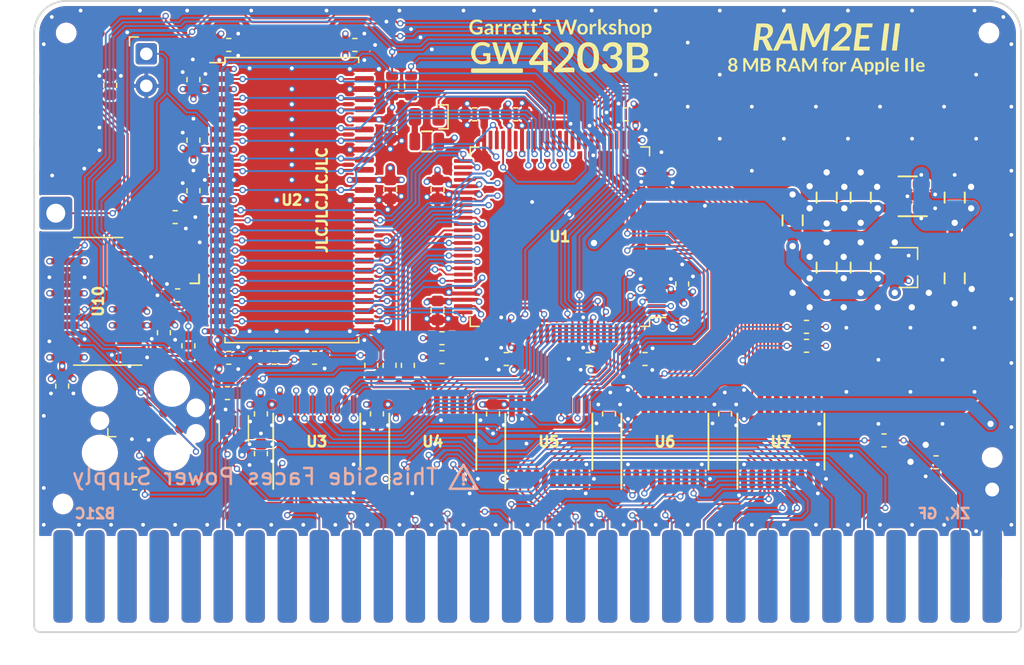
<source format=kicad_pcb>
(kicad_pcb (version 20221018) (generator pcbnew)

  (general
    (thickness 1.6108)
  )

  (paper "A4")
  (title_block
    (title "GW4203B (RAM2E II) - LCMXO2-640 / LCMXO2-1200")
    (date "2024-04-24")
    (rev "2.1")
    (company "Garrett's Workshop")
  )

  (layers
    (0 "F.Cu" signal)
    (1 "In1.Cu" power)
    (2 "In2.Cu" power)
    (31 "B.Cu" signal)
    (32 "B.Adhes" user "B.Adhesive")
    (33 "F.Adhes" user "F.Adhesive")
    (34 "B.Paste" user)
    (35 "F.Paste" user)
    (36 "B.SilkS" user "B.Silkscreen")
    (37 "F.SilkS" user "F.Silkscreen")
    (38 "B.Mask" user)
    (39 "F.Mask" user)
    (40 "Dwgs.User" user "User.Drawings")
    (41 "Cmts.User" user "User.Comments")
    (42 "Eco1.User" user "User.Eco1")
    (43 "Eco2.User" user "User.Eco2")
    (44 "Edge.Cuts" user)
    (45 "Margin" user)
    (46 "B.CrtYd" user "B.Courtyard")
    (47 "F.CrtYd" user "F.Courtyard")
    (48 "B.Fab" user)
    (49 "F.Fab" user)
  )

  (setup
    (stackup
      (layer "F.SilkS" (type "Top Silk Screen"))
      (layer "F.Paste" (type "Top Solder Paste"))
      (layer "F.Mask" (type "Top Solder Mask") (thickness 0.01))
      (layer "F.Cu" (type "copper") (thickness 0.035))
      (layer "dielectric 1" (type "core") (thickness 0.2104) (material "FR4") (epsilon_r 4.6) (loss_tangent 0.02))
      (layer "In1.Cu" (type "copper") (thickness 0.0175))
      (layer "dielectric 2" (type "prepreg") (thickness 1.065) (material "FR4") (epsilon_r 4.5) (loss_tangent 0.02))
      (layer "In2.Cu" (type "copper") (thickness 0.0175))
      (layer "dielectric 3" (type "core") (thickness 0.2104) (material "FR4") (epsilon_r 4.6) (loss_tangent 0.02))
      (layer "B.Cu" (type "copper") (thickness 0.035))
      (layer "B.Mask" (type "Bottom Solder Mask") (thickness 0.01))
      (layer "B.Paste" (type "Bottom Solder Paste"))
      (layer "B.SilkS" (type "Bottom Silk Screen"))
      (copper_finish "None")
      (dielectric_constraints no)
    )
    (pad_to_mask_clearance 0.0762)
    (solder_mask_min_width 0.127)
    (pad_to_paste_clearance -0.0381)
    (pcbplotparams
      (layerselection 0x00010f8_ffffffff)
      (plot_on_all_layers_selection 0x0000000_00000000)
      (disableapertmacros false)
      (usegerberextensions true)
      (usegerberattributes false)
      (usegerberadvancedattributes false)
      (creategerberjobfile false)
      (dashed_line_dash_ratio 12.000000)
      (dashed_line_gap_ratio 3.000000)
      (svgprecision 4)
      (plotframeref false)
      (viasonmask false)
      (mode 1)
      (useauxorigin false)
      (hpglpennumber 1)
      (hpglpenspeed 20)
      (hpglpendiameter 15.000000)
      (dxfpolygonmode true)
      (dxfimperialunits true)
      (dxfusepcbnewfont true)
      (psnegative false)
      (psa4output false)
      (plotreference true)
      (plotvalue true)
      (plotinvisibletext false)
      (sketchpadsonfab false)
      (subtractmaskfromsilk true)
      (outputformat 1)
      (mirror false)
      (drillshape 0)
      (scaleselection 1)
      (outputdirectory "gerber/")
    )
  )

  (net 0 "")
  (net 1 "+5V")
  (net 2 "GND")
  (net 3 "/Vid7M")
  (net 4 "/~{SYNC}")
  (net 5 "/~{PRAS}")
  (net 6 "/VC")
  (net 7 "/~{C07X}")
  (net 8 "/~{WNDW}")
  (net 9 "/SEGA")
  (net 10 "/ROMEN1")
  (net 11 "/ROMEN2")
  (net 12 "/MD7")
  (net 13 "/MD6")
  (net 14 "/MD5")
  (net 15 "/MD4")
  (net 16 "/PHI0")
  (net 17 "/~{CLRGAT}")
  (net 18 "/~{80VID}")
  (net 19 "/~{PCAS}")
  (net 20 "/~{LDPS}")
  (net 21 "/R~{W}80")
  (net 22 "/PHI1")
  (net 23 "/~{CASEN}")
  (net 24 "/MD3")
  (net 25 "/MD2")
  (net 26 "/MD1")
  (net 27 "/MD0")
  (net 28 "/H0")
  (net 29 "/AN3")
  (net 30 "/~{EN80}")
  (net 31 "/~{ALTVID}")
  (net 32 "/~{SEROUT}")
  (net 33 "/~{ENVID}")
  (net 34 "/R~{W}")
  (net 35 "/Q3")
  (net 36 "/SEGB")
  (net 37 "/~{RA9}")
  (net 38 "/~{RA10}")
  (net 39 "/GR")
  (net 40 "/~{ENTMG}")
  (net 41 "/MA6")
  (net 42 "/MA5")
  (net 43 "/MA4")
  (net 44 "/MA3")
  (net 45 "/MA2")
  (net 46 "/MA1")
  (net 47 "/MA0")
  (net 48 "/MA7")
  (net 49 "/C7M")
  (net 50 "/C14M")
  (net 51 "/C3M58")
  (net 52 "/VD0")
  (net 53 "/VD1")
  (net 54 "/VD2")
  (net 55 "/VD3")
  (net 56 "/VD4")
  (net 57 "/VD5")
  (net 58 "/VD6")
  (net 59 "/VD7")
  (net 60 "+3V3")
  (net 61 "/TDI")
  (net 62 "Net-(D1-A)")
  (net 63 "/TMS")
  (net 64 "/TDO")
  (net 65 "/TCK")
  (net 66 "/RD5")
  (net 67 "/RD4")
  (net 68 "/RD3")
  (net 69 "/RD2")
  (net 70 "/RD7")
  (net 71 "/RD6")
  (net 72 "/RD0")
  (net 73 "/RD1")
  (net 74 "/DQMH")
  (net 75 "/~{WE}")
  (net 76 "/~{CAS}")
  (net 77 "/CKE")
  (net 78 "/~{RAS}")
  (net 79 "/BA0")
  (net 80 "/RA11")
  (net 81 "/~{CS}")
  (net 82 "/BA1")
  (net 83 "/RA9")
  (net 84 "/RA10")
  (net 85 "/RA8")
  (net 86 "/RA0")
  (net 87 "/RA7")
  (net 88 "/RA1")
  (net 89 "/RA6")
  (net 90 "/RA4")
  (net 91 "/RA3")
  (net 92 "/~{EN80}in")
  (net 93 "/RA5")
  (net 94 "/RA2")
  (net 95 "/R~{W}80in")
  (net 96 "/Ain5")
  (net 97 "/PHI1in")
  (net 98 "/Ain6")
  (net 99 "/DQML")
  (net 100 "/~{C07X}in")
  (net 101 "/R~{W}in")
  (net 102 "/Ain0")
  (net 103 "/Ain1")
  (net 104 "/Ain2")
  (net 105 "/Ain3")
  (net 106 "/Ain4")
  (net 107 "/Ain7")
  (net 108 "/Din0")
  (net 109 "/Din1")
  (net 110 "/Din2")
  (net 111 "/Din3")
  (net 112 "/Din4")
  (net 113 "/Din5")
  (net 114 "/Din6")
  (net 115 "/Din7")
  (net 116 "/V~{OE}")
  (net 117 "/Vout7")
  (net 118 "/Vout6")
  (net 119 "/Vout5")
  (net 120 "/Vout4")
  (net 121 "/Vout3")
  (net 122 "/Vout2")
  (net 123 "/Vout1")
  (net 124 "/Vout0")
  (net 125 "/D~{OE}")
  (net 126 "/Dout0")
  (net 127 "/Dout1")
  (net 128 "/Dout2")
  (net 129 "/Dout3")
  (net 130 "/Dout4")
  (net 131 "/Dout5")
  (net 132 "/Dout6")
  (net 133 "/Dout7")
  (net 134 "/RCLK")
  (net 135 "/ACLK")
  (net 136 "/~{FRCTXT}")
  (net 137 "/C14MB")
  (net 138 "/C14MR")
  (net 139 "Net-(U4-B0)")
  (net 140 "/DONE")
  (net 141 "/~{INIT}")
  (net 142 "unconnected-(U9-NC-Pad4)")
  (net 143 "/LED")
  (net 144 "/DHGR~{OE}")
  (net 145 "/USB5V")
  (net 146 "Net-(J2-D-)")
  (net 147 "Net-(J2-D+)")
  (net 148 "unconnected-(J2-ID-Pad4)")
  (net 149 "/TCKr")
  (net 150 "unconnected-(J5-Pin_9-Pad9)")
  (net 151 "unconnected-(J5-Pin_10-Pad10)")
  (net 152 "unconnected-(J5-Pin_8-Pad8)")
  (net 153 "/UTCK")
  (net 154 "Net-(U10-XO)")
  (net 155 "Net-(U10-XI)")
  (net 156 "/~{PROG}")
  (net 157 "unconnected-(U1-PB14A-Pad45)")
  (net 158 "+1V2")
  (net 159 "Net-(U4-B2)")
  (net 160 "unconnected-(U4-B1-Pad17)")

  (footprint "stdpads:Fiducial" (layer "F.Cu") (at 203.2 129.54))

  (footprint "stdpads:Fiducial" (layer "F.Cu") (at 271.526 92.202))

  (footprint "stdpads:TSSOP-20_4.4x6.5mm_P0.65mm" (layer "F.Cu") (at 239.175 124.6))

  (footprint "stdpads:C_0603" (layer "F.Cu") (at 234.75 122.4 -90))

  (footprint "stdpads:C_0603" (layer "F.Cu") (at 253.15 122.4 -90))

  (footprint "stdpads:TSSOP-20_4.4x6.5mm_P0.65mm" (layer "F.Cu") (at 257.575 124.6))

  (footprint "stdpads:C_0603" (layer "F.Cu") (at 243.95 122.4 -90))

  (footprint "stdpads:TSSOP-20_4.4x6.5mm_P0.65mm" (layer "F.Cu") (at 220.775 124.6))

  (footprint "stdpads:TSSOP-20_4.4x6.5mm_P0.65mm" (layer "F.Cu") (at 248.375 124.6))

  (footprint "stdpads:AppleIIeAux_Edge" (layer "F.Cu") (at 237.49 135.382))

  (footprint "stdpads:TSSOP-20_4.4x6.5mm_P0.65mm" (layer "F.Cu") (at 229.975 124.6))

  (footprint "stdpads:C_0603" (layer "F.Cu") (at 225.55 122.4 -90))

  (footprint "stdpads:C_0603" (layer "F.Cu") (at 226.6 104.6 -90))

  (footprint "stdpads:C_0603" (layer "F.Cu") (at 226.6 99.8 -90))

  (footprint "stdpads:TSOP-II-54_22.2x10.16mm_P0.8mm" (layer "F.Cu") (at 218.8 105.45 -90))

  (footprint "stdpads:Fiducial" (layer "F.Cu") (at 203.454 92.202))

  (footprint "stdpads:PasteHole_1.1mm_PTH" (layer "F.Cu") (at 274.32 128.397))

  (footprint "stdpads:C_0603" (layer "F.Cu") (at 269.875 126.238 180))

  (footprint "stdpads:Fiducial" (layer "F.Cu") (at 270.129 129.286))

  (footprint "stdpads:C_0805" (layer "F.Cu") (at 271.35 111.65 -90))

  (footprint "stdpads:C_0603" (layer "F.Cu") (at 223.8 93.15))

  (footprint "stdpads:PasteHole_1.152mm_NPTH" (layer "F.Cu") (at 200.66 129.54))

  (footprint "stdpads:PasteHole_1.152mm_NPTH" (layer "F.Cu") (at 274.066 92.202))

  (footprint "stdpads:PasteHole_1.152mm_NPTH" (layer "F.Cu") (at 274.32 125.857))

  (footprint "stdpads:C_0805" (layer "F.Cu") (at 263.9 110.8 90))

  (footprint "stdpads:SOT-23" (layer "F.Cu") (at 267.65 110.8 180))

  (footprint "stdpads:C_0805" (layer "F.Cu") (at 261.2 110.8 90))

  (footprint "stdpads:C_0603" (layer "F.Cu") (at 213.8 93.15))

  (footprint "stdpads:C_0805" (layer "F.Cu") (at 263.9 105.25 90))

  (footprint "stdpads:C_0805" (layer "F.Cu") (at 261.2 105.25 90))

  (footprint "stdpads:R_0805" (layer "F.Cu") (at 258.5 107.05 90))

  (footprint "stdpads:R_0603" (layer "F.Cu") (at 265.75 124.5))

  (footprint "stdpads:C_0603" (layer "F.Cu") (at 246.8 118.05))

  (footprint "stdpads:C_0603" (layer "F.Cu") (at 233.3 98.65 180))

  (footprint "stdpads:R_0805" (layer "F.Cu") (at 229.5 100.8))

  (footprint "stdpads:LED_0805" (layer "F.Cu") (at 229.5 98.85 180))

  (footprint "stdpads:R_0603" (layer "F.Cu") (at 226.55 118.55 -90))

  (footprint "stdpads:R_0603" (layer "F.Cu") (at 228 118.55 -90))

  (footprint "stdpads:R_0603" (layer "F.Cu") (at 225.1 118.55 -90))

  (footprint "stdpads:TQFP-100_14x14mm_P0.5mm" (layer "F.Cu") (at 240.05 108.35 90))

  (footprint "stdpads:C_0603" (layer "F.Cu") (at 236.55 98.65))

  (footprint "stdpads:C_0603" (layer "F.Cu") (at 230.35 104.6 -90))

  (footprint "stdpads:C_0603" (layer "F.Cu")
    (tstamp 00000000-0000-0000-0000-000060bf4420)
    (at 230.35 114.2 -90)
    (tags "capacitor")
    (property "LCSC Part" "C23630")
    (property "Sheetfile" "RAM2E.kicad_sch")
    (property "Sheetname" "")
    (property "ki_description" "Unpolarized capacitor, small symbol")
    (property "ki_keywords" "capacitor cap")
    (path "/5a9cf43f-f4cd-4559-922c-83eb5c6ab1d0")
    (solder_mask_margin 0.05)
    (solder_paste_margin -0.04)
    (attr smd)
    (fp_text reference "C14" (at 0 0 -90) (layer "F.Fab")
        (effects (font (size 0.254 0.254) (thickness 0.0635)))
      (tstamp f6912a9e-c248-4afd-9df8-b1ea123a1ba2)
    )
    (fp_text value "2u2" (at 0 0.25 -90) (layer "F.Fab")
        (effects (font (size 0.127 0.127) (thickness 0.03175)))
      (tstamp 805b3f0e-31d0-4bc5-b323-3d0b97151f2a)
    )
    
... [4228335 chars truncated]
</source>
